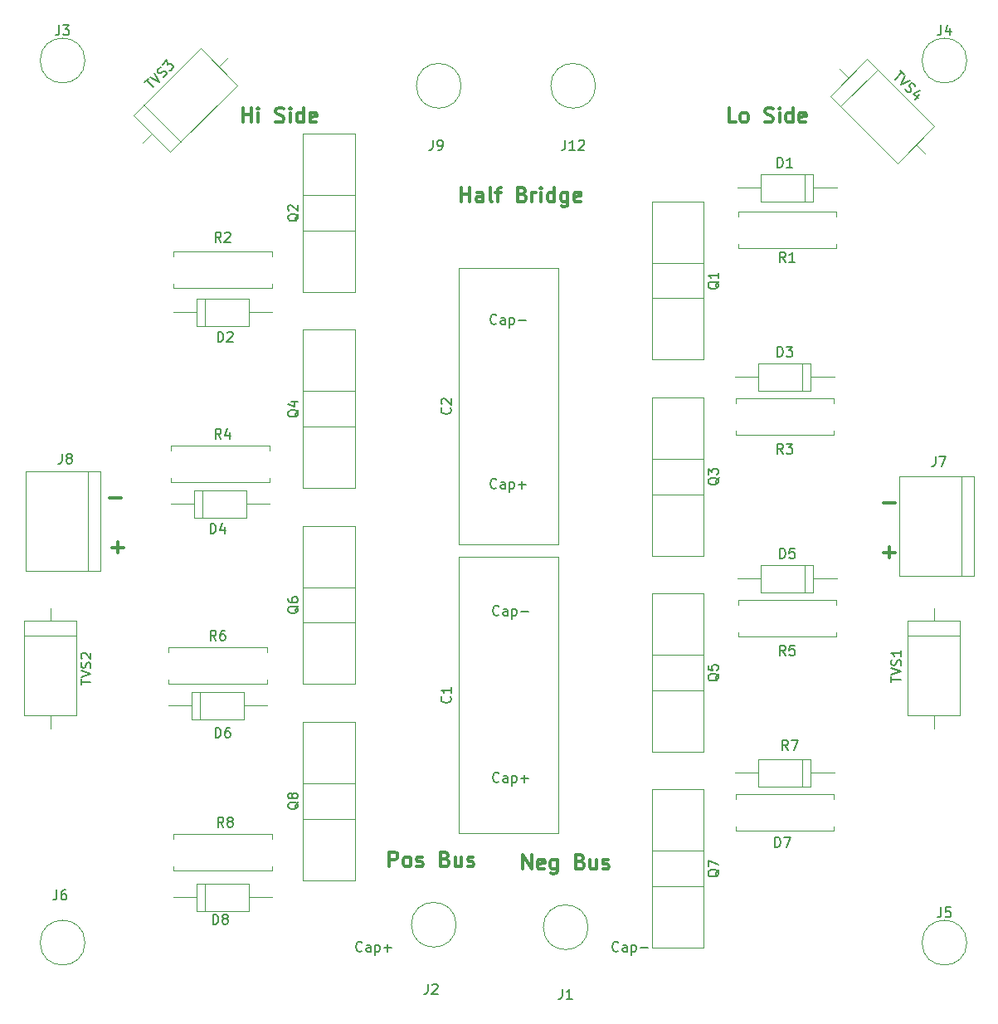
<source format=gbr>
G04 #@! TF.FileFunction,Legend,Top*
%FSLAX46Y46*%
G04 Gerber Fmt 4.6, Leading zero omitted, Abs format (unit mm)*
G04 Created by KiCad (PCBNEW 4.0.7) date 05/14/18 04:09:50*
%MOMM*%
%LPD*%
G01*
G04 APERTURE LIST*
%ADD10C,0.100000*%
%ADD11C,0.300000*%
%ADD12C,0.150000*%
%ADD13C,0.120000*%
G04 APERTURE END LIST*
D10*
D11*
X133794572Y-100183143D02*
X134937429Y-100183143D01*
X134366000Y-100754571D02*
X134366000Y-99611714D01*
X133794572Y-95103143D02*
X134937429Y-95103143D01*
X54800572Y-94595143D02*
X55943429Y-94595143D01*
X55054572Y-99675143D02*
X56197429Y-99675143D01*
X55626000Y-100246571D02*
X55626000Y-99103714D01*
D12*
X94289715Y-93575143D02*
X94242096Y-93622762D01*
X94099239Y-93670381D01*
X94004001Y-93670381D01*
X93861143Y-93622762D01*
X93765905Y-93527524D01*
X93718286Y-93432286D01*
X93670667Y-93241810D01*
X93670667Y-93098952D01*
X93718286Y-92908476D01*
X93765905Y-92813238D01*
X93861143Y-92718000D01*
X94004001Y-92670381D01*
X94099239Y-92670381D01*
X94242096Y-92718000D01*
X94289715Y-92765619D01*
X95146858Y-93670381D02*
X95146858Y-93146571D01*
X95099239Y-93051333D01*
X95004001Y-93003714D01*
X94813524Y-93003714D01*
X94718286Y-93051333D01*
X95146858Y-93622762D02*
X95051620Y-93670381D01*
X94813524Y-93670381D01*
X94718286Y-93622762D01*
X94670667Y-93527524D01*
X94670667Y-93432286D01*
X94718286Y-93337048D01*
X94813524Y-93289429D01*
X95051620Y-93289429D01*
X95146858Y-93241810D01*
X95623048Y-93003714D02*
X95623048Y-94003714D01*
X95623048Y-93051333D02*
X95718286Y-93003714D01*
X95908763Y-93003714D01*
X96004001Y-93051333D01*
X96051620Y-93098952D01*
X96099239Y-93194190D01*
X96099239Y-93479905D01*
X96051620Y-93575143D01*
X96004001Y-93622762D01*
X95908763Y-93670381D01*
X95718286Y-93670381D01*
X95623048Y-93622762D01*
X96527810Y-93289429D02*
X97289715Y-93289429D01*
X96908763Y-93670381D02*
X96908763Y-92908476D01*
X94289715Y-76811143D02*
X94242096Y-76858762D01*
X94099239Y-76906381D01*
X94004001Y-76906381D01*
X93861143Y-76858762D01*
X93765905Y-76763524D01*
X93718286Y-76668286D01*
X93670667Y-76477810D01*
X93670667Y-76334952D01*
X93718286Y-76144476D01*
X93765905Y-76049238D01*
X93861143Y-75954000D01*
X94004001Y-75906381D01*
X94099239Y-75906381D01*
X94242096Y-75954000D01*
X94289715Y-76001619D01*
X95146858Y-76906381D02*
X95146858Y-76382571D01*
X95099239Y-76287333D01*
X95004001Y-76239714D01*
X94813524Y-76239714D01*
X94718286Y-76287333D01*
X95146858Y-76858762D02*
X95051620Y-76906381D01*
X94813524Y-76906381D01*
X94718286Y-76858762D01*
X94670667Y-76763524D01*
X94670667Y-76668286D01*
X94718286Y-76573048D01*
X94813524Y-76525429D01*
X95051620Y-76525429D01*
X95146858Y-76477810D01*
X95623048Y-76239714D02*
X95623048Y-77239714D01*
X95623048Y-76287333D02*
X95718286Y-76239714D01*
X95908763Y-76239714D01*
X96004001Y-76287333D01*
X96051620Y-76334952D01*
X96099239Y-76430190D01*
X96099239Y-76715905D01*
X96051620Y-76811143D01*
X96004001Y-76858762D01*
X95908763Y-76906381D01*
X95718286Y-76906381D01*
X95623048Y-76858762D01*
X96527810Y-76525429D02*
X97289715Y-76525429D01*
X94543715Y-123547143D02*
X94496096Y-123594762D01*
X94353239Y-123642381D01*
X94258001Y-123642381D01*
X94115143Y-123594762D01*
X94019905Y-123499524D01*
X93972286Y-123404286D01*
X93924667Y-123213810D01*
X93924667Y-123070952D01*
X93972286Y-122880476D01*
X94019905Y-122785238D01*
X94115143Y-122690000D01*
X94258001Y-122642381D01*
X94353239Y-122642381D01*
X94496096Y-122690000D01*
X94543715Y-122737619D01*
X95400858Y-123642381D02*
X95400858Y-123118571D01*
X95353239Y-123023333D01*
X95258001Y-122975714D01*
X95067524Y-122975714D01*
X94972286Y-123023333D01*
X95400858Y-123594762D02*
X95305620Y-123642381D01*
X95067524Y-123642381D01*
X94972286Y-123594762D01*
X94924667Y-123499524D01*
X94924667Y-123404286D01*
X94972286Y-123309048D01*
X95067524Y-123261429D01*
X95305620Y-123261429D01*
X95400858Y-123213810D01*
X95877048Y-122975714D02*
X95877048Y-123975714D01*
X95877048Y-123023333D02*
X95972286Y-122975714D01*
X96162763Y-122975714D01*
X96258001Y-123023333D01*
X96305620Y-123070952D01*
X96353239Y-123166190D01*
X96353239Y-123451905D01*
X96305620Y-123547143D01*
X96258001Y-123594762D01*
X96162763Y-123642381D01*
X95972286Y-123642381D01*
X95877048Y-123594762D01*
X96781810Y-123261429D02*
X97543715Y-123261429D01*
X97162763Y-123642381D02*
X97162763Y-122880476D01*
X94543715Y-106529143D02*
X94496096Y-106576762D01*
X94353239Y-106624381D01*
X94258001Y-106624381D01*
X94115143Y-106576762D01*
X94019905Y-106481524D01*
X93972286Y-106386286D01*
X93924667Y-106195810D01*
X93924667Y-106052952D01*
X93972286Y-105862476D01*
X94019905Y-105767238D01*
X94115143Y-105672000D01*
X94258001Y-105624381D01*
X94353239Y-105624381D01*
X94496096Y-105672000D01*
X94543715Y-105719619D01*
X95400858Y-106624381D02*
X95400858Y-106100571D01*
X95353239Y-106005333D01*
X95258001Y-105957714D01*
X95067524Y-105957714D01*
X94972286Y-106005333D01*
X95400858Y-106576762D02*
X95305620Y-106624381D01*
X95067524Y-106624381D01*
X94972286Y-106576762D01*
X94924667Y-106481524D01*
X94924667Y-106386286D01*
X94972286Y-106291048D01*
X95067524Y-106243429D01*
X95305620Y-106243429D01*
X95400858Y-106195810D01*
X95877048Y-105957714D02*
X95877048Y-106957714D01*
X95877048Y-106005333D02*
X95972286Y-105957714D01*
X96162763Y-105957714D01*
X96258001Y-106005333D01*
X96305620Y-106052952D01*
X96353239Y-106148190D01*
X96353239Y-106433905D01*
X96305620Y-106529143D01*
X96258001Y-106576762D01*
X96162763Y-106624381D01*
X95972286Y-106624381D01*
X95877048Y-106576762D01*
X96781810Y-106243429D02*
X97543715Y-106243429D01*
X106735715Y-140819143D02*
X106688096Y-140866762D01*
X106545239Y-140914381D01*
X106450001Y-140914381D01*
X106307143Y-140866762D01*
X106211905Y-140771524D01*
X106164286Y-140676286D01*
X106116667Y-140485810D01*
X106116667Y-140342952D01*
X106164286Y-140152476D01*
X106211905Y-140057238D01*
X106307143Y-139962000D01*
X106450001Y-139914381D01*
X106545239Y-139914381D01*
X106688096Y-139962000D01*
X106735715Y-140009619D01*
X107592858Y-140914381D02*
X107592858Y-140390571D01*
X107545239Y-140295333D01*
X107450001Y-140247714D01*
X107259524Y-140247714D01*
X107164286Y-140295333D01*
X107592858Y-140866762D02*
X107497620Y-140914381D01*
X107259524Y-140914381D01*
X107164286Y-140866762D01*
X107116667Y-140771524D01*
X107116667Y-140676286D01*
X107164286Y-140581048D01*
X107259524Y-140533429D01*
X107497620Y-140533429D01*
X107592858Y-140485810D01*
X108069048Y-140247714D02*
X108069048Y-141247714D01*
X108069048Y-140295333D02*
X108164286Y-140247714D01*
X108354763Y-140247714D01*
X108450001Y-140295333D01*
X108497620Y-140342952D01*
X108545239Y-140438190D01*
X108545239Y-140723905D01*
X108497620Y-140819143D01*
X108450001Y-140866762D01*
X108354763Y-140914381D01*
X108164286Y-140914381D01*
X108069048Y-140866762D01*
X108973810Y-140533429D02*
X109735715Y-140533429D01*
X80573715Y-140819143D02*
X80526096Y-140866762D01*
X80383239Y-140914381D01*
X80288001Y-140914381D01*
X80145143Y-140866762D01*
X80049905Y-140771524D01*
X80002286Y-140676286D01*
X79954667Y-140485810D01*
X79954667Y-140342952D01*
X80002286Y-140152476D01*
X80049905Y-140057238D01*
X80145143Y-139962000D01*
X80288001Y-139914381D01*
X80383239Y-139914381D01*
X80526096Y-139962000D01*
X80573715Y-140009619D01*
X81430858Y-140914381D02*
X81430858Y-140390571D01*
X81383239Y-140295333D01*
X81288001Y-140247714D01*
X81097524Y-140247714D01*
X81002286Y-140295333D01*
X81430858Y-140866762D02*
X81335620Y-140914381D01*
X81097524Y-140914381D01*
X81002286Y-140866762D01*
X80954667Y-140771524D01*
X80954667Y-140676286D01*
X81002286Y-140581048D01*
X81097524Y-140533429D01*
X81335620Y-140533429D01*
X81430858Y-140485810D01*
X81907048Y-140247714D02*
X81907048Y-141247714D01*
X81907048Y-140295333D02*
X82002286Y-140247714D01*
X82192763Y-140247714D01*
X82288001Y-140295333D01*
X82335620Y-140342952D01*
X82383239Y-140438190D01*
X82383239Y-140723905D01*
X82335620Y-140819143D01*
X82288001Y-140866762D01*
X82192763Y-140914381D01*
X82002286Y-140914381D01*
X81907048Y-140866762D01*
X82811810Y-140533429D02*
X83573715Y-140533429D01*
X83192763Y-140914381D02*
X83192763Y-140152476D01*
D11*
X96988857Y-132504571D02*
X96988857Y-131004571D01*
X97846000Y-132504571D01*
X97846000Y-131004571D01*
X99131714Y-132433143D02*
X98988857Y-132504571D01*
X98703143Y-132504571D01*
X98560286Y-132433143D01*
X98488857Y-132290286D01*
X98488857Y-131718857D01*
X98560286Y-131576000D01*
X98703143Y-131504571D01*
X98988857Y-131504571D01*
X99131714Y-131576000D01*
X99203143Y-131718857D01*
X99203143Y-131861714D01*
X98488857Y-132004571D01*
X100488857Y-131504571D02*
X100488857Y-132718857D01*
X100417428Y-132861714D01*
X100346000Y-132933143D01*
X100203143Y-133004571D01*
X99988857Y-133004571D01*
X99846000Y-132933143D01*
X100488857Y-132433143D02*
X100346000Y-132504571D01*
X100060286Y-132504571D01*
X99917428Y-132433143D01*
X99846000Y-132361714D01*
X99774571Y-132218857D01*
X99774571Y-131790286D01*
X99846000Y-131647429D01*
X99917428Y-131576000D01*
X100060286Y-131504571D01*
X100346000Y-131504571D01*
X100488857Y-131576000D01*
X102846000Y-131718857D02*
X103060286Y-131790286D01*
X103131714Y-131861714D01*
X103203143Y-132004571D01*
X103203143Y-132218857D01*
X103131714Y-132361714D01*
X103060286Y-132433143D01*
X102917428Y-132504571D01*
X102346000Y-132504571D01*
X102346000Y-131004571D01*
X102846000Y-131004571D01*
X102988857Y-131076000D01*
X103060286Y-131147429D01*
X103131714Y-131290286D01*
X103131714Y-131433143D01*
X103060286Y-131576000D01*
X102988857Y-131647429D01*
X102846000Y-131718857D01*
X102346000Y-131718857D01*
X104488857Y-131504571D02*
X104488857Y-132504571D01*
X103846000Y-131504571D02*
X103846000Y-132290286D01*
X103917428Y-132433143D01*
X104060286Y-132504571D01*
X104274571Y-132504571D01*
X104417428Y-132433143D01*
X104488857Y-132361714D01*
X105131714Y-132433143D02*
X105274571Y-132504571D01*
X105560286Y-132504571D01*
X105703143Y-132433143D01*
X105774571Y-132290286D01*
X105774571Y-132218857D01*
X105703143Y-132076000D01*
X105560286Y-132004571D01*
X105346000Y-132004571D01*
X105203143Y-131933143D01*
X105131714Y-131790286D01*
X105131714Y-131718857D01*
X105203143Y-131576000D01*
X105346000Y-131504571D01*
X105560286Y-131504571D01*
X105703143Y-131576000D01*
X83344286Y-132250571D02*
X83344286Y-130750571D01*
X83915714Y-130750571D01*
X84058572Y-130822000D01*
X84130000Y-130893429D01*
X84201429Y-131036286D01*
X84201429Y-131250571D01*
X84130000Y-131393429D01*
X84058572Y-131464857D01*
X83915714Y-131536286D01*
X83344286Y-131536286D01*
X85058572Y-132250571D02*
X84915714Y-132179143D01*
X84844286Y-132107714D01*
X84772857Y-131964857D01*
X84772857Y-131536286D01*
X84844286Y-131393429D01*
X84915714Y-131322000D01*
X85058572Y-131250571D01*
X85272857Y-131250571D01*
X85415714Y-131322000D01*
X85487143Y-131393429D01*
X85558572Y-131536286D01*
X85558572Y-131964857D01*
X85487143Y-132107714D01*
X85415714Y-132179143D01*
X85272857Y-132250571D01*
X85058572Y-132250571D01*
X86130000Y-132179143D02*
X86272857Y-132250571D01*
X86558572Y-132250571D01*
X86701429Y-132179143D01*
X86772857Y-132036286D01*
X86772857Y-131964857D01*
X86701429Y-131822000D01*
X86558572Y-131750571D01*
X86344286Y-131750571D01*
X86201429Y-131679143D01*
X86130000Y-131536286D01*
X86130000Y-131464857D01*
X86201429Y-131322000D01*
X86344286Y-131250571D01*
X86558572Y-131250571D01*
X86701429Y-131322000D01*
X89058572Y-131464857D02*
X89272858Y-131536286D01*
X89344286Y-131607714D01*
X89415715Y-131750571D01*
X89415715Y-131964857D01*
X89344286Y-132107714D01*
X89272858Y-132179143D01*
X89130000Y-132250571D01*
X88558572Y-132250571D01*
X88558572Y-130750571D01*
X89058572Y-130750571D01*
X89201429Y-130822000D01*
X89272858Y-130893429D01*
X89344286Y-131036286D01*
X89344286Y-131179143D01*
X89272858Y-131322000D01*
X89201429Y-131393429D01*
X89058572Y-131464857D01*
X88558572Y-131464857D01*
X90701429Y-131250571D02*
X90701429Y-132250571D01*
X90058572Y-131250571D02*
X90058572Y-132036286D01*
X90130000Y-132179143D01*
X90272858Y-132250571D01*
X90487143Y-132250571D01*
X90630000Y-132179143D01*
X90701429Y-132107714D01*
X91344286Y-132179143D02*
X91487143Y-132250571D01*
X91772858Y-132250571D01*
X91915715Y-132179143D01*
X91987143Y-132036286D01*
X91987143Y-131964857D01*
X91915715Y-131822000D01*
X91772858Y-131750571D01*
X91558572Y-131750571D01*
X91415715Y-131679143D01*
X91344286Y-131536286D01*
X91344286Y-131464857D01*
X91415715Y-131322000D01*
X91558572Y-131250571D01*
X91772858Y-131250571D01*
X91915715Y-131322000D01*
X118741429Y-56304571D02*
X118027143Y-56304571D01*
X118027143Y-54804571D01*
X119455715Y-56304571D02*
X119312857Y-56233143D01*
X119241429Y-56161714D01*
X119170000Y-56018857D01*
X119170000Y-55590286D01*
X119241429Y-55447429D01*
X119312857Y-55376000D01*
X119455715Y-55304571D01*
X119670000Y-55304571D01*
X119812857Y-55376000D01*
X119884286Y-55447429D01*
X119955715Y-55590286D01*
X119955715Y-56018857D01*
X119884286Y-56161714D01*
X119812857Y-56233143D01*
X119670000Y-56304571D01*
X119455715Y-56304571D01*
X121670000Y-56233143D02*
X121884286Y-56304571D01*
X122241429Y-56304571D01*
X122384286Y-56233143D01*
X122455715Y-56161714D01*
X122527143Y-56018857D01*
X122527143Y-55876000D01*
X122455715Y-55733143D01*
X122384286Y-55661714D01*
X122241429Y-55590286D01*
X121955715Y-55518857D01*
X121812857Y-55447429D01*
X121741429Y-55376000D01*
X121670000Y-55233143D01*
X121670000Y-55090286D01*
X121741429Y-54947429D01*
X121812857Y-54876000D01*
X121955715Y-54804571D01*
X122312857Y-54804571D01*
X122527143Y-54876000D01*
X123170000Y-56304571D02*
X123170000Y-55304571D01*
X123170000Y-54804571D02*
X123098571Y-54876000D01*
X123170000Y-54947429D01*
X123241428Y-54876000D01*
X123170000Y-54804571D01*
X123170000Y-54947429D01*
X124527143Y-56304571D02*
X124527143Y-54804571D01*
X124527143Y-56233143D02*
X124384286Y-56304571D01*
X124098572Y-56304571D01*
X123955714Y-56233143D01*
X123884286Y-56161714D01*
X123812857Y-56018857D01*
X123812857Y-55590286D01*
X123884286Y-55447429D01*
X123955714Y-55376000D01*
X124098572Y-55304571D01*
X124384286Y-55304571D01*
X124527143Y-55376000D01*
X125812857Y-56233143D02*
X125670000Y-56304571D01*
X125384286Y-56304571D01*
X125241429Y-56233143D01*
X125170000Y-56090286D01*
X125170000Y-55518857D01*
X125241429Y-55376000D01*
X125384286Y-55304571D01*
X125670000Y-55304571D01*
X125812857Y-55376000D01*
X125884286Y-55518857D01*
X125884286Y-55661714D01*
X125170000Y-55804571D01*
X68386000Y-56304571D02*
X68386000Y-54804571D01*
X68386000Y-55518857D02*
X69243143Y-55518857D01*
X69243143Y-56304571D02*
X69243143Y-54804571D01*
X69957429Y-56304571D02*
X69957429Y-55304571D01*
X69957429Y-54804571D02*
X69886000Y-54876000D01*
X69957429Y-54947429D01*
X70028857Y-54876000D01*
X69957429Y-54804571D01*
X69957429Y-54947429D01*
X71743143Y-56233143D02*
X71957429Y-56304571D01*
X72314572Y-56304571D01*
X72457429Y-56233143D01*
X72528858Y-56161714D01*
X72600286Y-56018857D01*
X72600286Y-55876000D01*
X72528858Y-55733143D01*
X72457429Y-55661714D01*
X72314572Y-55590286D01*
X72028858Y-55518857D01*
X71886000Y-55447429D01*
X71814572Y-55376000D01*
X71743143Y-55233143D01*
X71743143Y-55090286D01*
X71814572Y-54947429D01*
X71886000Y-54876000D01*
X72028858Y-54804571D01*
X72386000Y-54804571D01*
X72600286Y-54876000D01*
X73243143Y-56304571D02*
X73243143Y-55304571D01*
X73243143Y-54804571D02*
X73171714Y-54876000D01*
X73243143Y-54947429D01*
X73314571Y-54876000D01*
X73243143Y-54804571D01*
X73243143Y-54947429D01*
X74600286Y-56304571D02*
X74600286Y-54804571D01*
X74600286Y-56233143D02*
X74457429Y-56304571D01*
X74171715Y-56304571D01*
X74028857Y-56233143D01*
X73957429Y-56161714D01*
X73886000Y-56018857D01*
X73886000Y-55590286D01*
X73957429Y-55447429D01*
X74028857Y-55376000D01*
X74171715Y-55304571D01*
X74457429Y-55304571D01*
X74600286Y-55376000D01*
X75886000Y-56233143D02*
X75743143Y-56304571D01*
X75457429Y-56304571D01*
X75314572Y-56233143D01*
X75243143Y-56090286D01*
X75243143Y-55518857D01*
X75314572Y-55376000D01*
X75457429Y-55304571D01*
X75743143Y-55304571D01*
X75886000Y-55376000D01*
X75957429Y-55518857D01*
X75957429Y-55661714D01*
X75243143Y-55804571D01*
X90702572Y-64432571D02*
X90702572Y-62932571D01*
X90702572Y-63646857D02*
X91559715Y-63646857D01*
X91559715Y-64432571D02*
X91559715Y-62932571D01*
X92916858Y-64432571D02*
X92916858Y-63646857D01*
X92845429Y-63504000D01*
X92702572Y-63432571D01*
X92416858Y-63432571D01*
X92274001Y-63504000D01*
X92916858Y-64361143D02*
X92774001Y-64432571D01*
X92416858Y-64432571D01*
X92274001Y-64361143D01*
X92202572Y-64218286D01*
X92202572Y-64075429D01*
X92274001Y-63932571D01*
X92416858Y-63861143D01*
X92774001Y-63861143D01*
X92916858Y-63789714D01*
X93845430Y-64432571D02*
X93702572Y-64361143D01*
X93631144Y-64218286D01*
X93631144Y-62932571D01*
X94202572Y-63432571D02*
X94774001Y-63432571D01*
X94416858Y-64432571D02*
X94416858Y-63146857D01*
X94488286Y-63004000D01*
X94631144Y-62932571D01*
X94774001Y-62932571D01*
X96916858Y-63646857D02*
X97131144Y-63718286D01*
X97202572Y-63789714D01*
X97274001Y-63932571D01*
X97274001Y-64146857D01*
X97202572Y-64289714D01*
X97131144Y-64361143D01*
X96988286Y-64432571D01*
X96416858Y-64432571D01*
X96416858Y-62932571D01*
X96916858Y-62932571D01*
X97059715Y-63004000D01*
X97131144Y-63075429D01*
X97202572Y-63218286D01*
X97202572Y-63361143D01*
X97131144Y-63504000D01*
X97059715Y-63575429D01*
X96916858Y-63646857D01*
X96416858Y-63646857D01*
X97916858Y-64432571D02*
X97916858Y-63432571D01*
X97916858Y-63718286D02*
X97988286Y-63575429D01*
X98059715Y-63504000D01*
X98202572Y-63432571D01*
X98345429Y-63432571D01*
X98845429Y-64432571D02*
X98845429Y-63432571D01*
X98845429Y-62932571D02*
X98774000Y-63004000D01*
X98845429Y-63075429D01*
X98916857Y-63004000D01*
X98845429Y-62932571D01*
X98845429Y-63075429D01*
X100202572Y-64432571D02*
X100202572Y-62932571D01*
X100202572Y-64361143D02*
X100059715Y-64432571D01*
X99774001Y-64432571D01*
X99631143Y-64361143D01*
X99559715Y-64289714D01*
X99488286Y-64146857D01*
X99488286Y-63718286D01*
X99559715Y-63575429D01*
X99631143Y-63504000D01*
X99774001Y-63432571D01*
X100059715Y-63432571D01*
X100202572Y-63504000D01*
X101559715Y-63432571D02*
X101559715Y-64646857D01*
X101488286Y-64789714D01*
X101416858Y-64861143D01*
X101274001Y-64932571D01*
X101059715Y-64932571D01*
X100916858Y-64861143D01*
X101559715Y-64361143D02*
X101416858Y-64432571D01*
X101131144Y-64432571D01*
X100988286Y-64361143D01*
X100916858Y-64289714D01*
X100845429Y-64146857D01*
X100845429Y-63718286D01*
X100916858Y-63575429D01*
X100988286Y-63504000D01*
X101131144Y-63432571D01*
X101416858Y-63432571D01*
X101559715Y-63504000D01*
X102845429Y-64361143D02*
X102702572Y-64432571D01*
X102416858Y-64432571D01*
X102274001Y-64361143D01*
X102202572Y-64218286D01*
X102202572Y-63646857D01*
X102274001Y-63504000D01*
X102416858Y-63432571D01*
X102702572Y-63432571D01*
X102845429Y-63504000D01*
X102916858Y-63646857D01*
X102916858Y-63789714D01*
X102202572Y-63932571D01*
D13*
X90170000Y-138176000D02*
G75*
G03X90170000Y-138176000I-2286000J0D01*
G01*
X70844000Y-113140000D02*
X70844000Y-113620000D01*
X70844000Y-113620000D02*
X60824000Y-113620000D01*
X60824000Y-113620000D02*
X60824000Y-113140000D01*
X70844000Y-110380000D02*
X70844000Y-109900000D01*
X70844000Y-109900000D02*
X60824000Y-109900000D01*
X60824000Y-109900000D02*
X60824000Y-110380000D01*
X71352000Y-132190000D02*
X71352000Y-132670000D01*
X71352000Y-132670000D02*
X61332000Y-132670000D01*
X61332000Y-132670000D02*
X61332000Y-132190000D01*
X71352000Y-129430000D02*
X71352000Y-128950000D01*
X71352000Y-128950000D02*
X61332000Y-128950000D01*
X61332000Y-128950000D02*
X61332000Y-129430000D01*
X118942000Y-65930000D02*
X118942000Y-65450000D01*
X118942000Y-65450000D02*
X128962000Y-65450000D01*
X128962000Y-65450000D02*
X128962000Y-65930000D01*
X118942000Y-68690000D02*
X118942000Y-69170000D01*
X118942000Y-69170000D02*
X128962000Y-69170000D01*
X128962000Y-69170000D02*
X128962000Y-68690000D01*
X126612000Y-104280000D02*
X126612000Y-101460000D01*
X126612000Y-101460000D02*
X121292000Y-101460000D01*
X121292000Y-101460000D02*
X121292000Y-104280000D01*
X121292000Y-104280000D02*
X126612000Y-104280000D01*
X129022000Y-102870000D02*
X126612000Y-102870000D01*
X118882000Y-102870000D02*
X121292000Y-102870000D01*
X125772000Y-104280000D02*
X125772000Y-101460000D01*
X74549000Y-93620000D02*
X74549000Y-77480000D01*
X79820000Y-93620000D02*
X79820000Y-77480000D01*
X74549000Y-93620000D02*
X79820000Y-93620000D01*
X74549000Y-77480000D02*
X79820000Y-77480000D01*
X74549000Y-87354000D02*
X79820000Y-87354000D01*
X74549000Y-83745000D02*
X79820000Y-83745000D01*
X71098000Y-92566000D02*
X71098000Y-93046000D01*
X71098000Y-93046000D02*
X61078000Y-93046000D01*
X61078000Y-93046000D02*
X61078000Y-92566000D01*
X71098000Y-89806000D02*
X71098000Y-89326000D01*
X71098000Y-89326000D02*
X61078000Y-89326000D01*
X61078000Y-89326000D02*
X61078000Y-89806000D01*
X63682000Y-74282000D02*
X63682000Y-77102000D01*
X63682000Y-77102000D02*
X69002000Y-77102000D01*
X69002000Y-77102000D02*
X69002000Y-74282000D01*
X69002000Y-74282000D02*
X63682000Y-74282000D01*
X61272000Y-75692000D02*
X63682000Y-75692000D01*
X71412000Y-75692000D02*
X69002000Y-75692000D01*
X64522000Y-74282000D02*
X64522000Y-77102000D01*
X141732000Y-92456000D02*
X141732000Y-102616000D01*
X143002000Y-92456000D02*
X135382000Y-92456000D01*
X135382000Y-92456000D02*
X135382000Y-102616000D01*
X135382000Y-102616000D02*
X143002000Y-102616000D01*
X143002000Y-102616000D02*
X143002000Y-92456000D01*
X52286000Y-50000000D02*
G75*
G03X52286000Y-50000000I-2286000J0D01*
G01*
X52286000Y-140000000D02*
G75*
G03X52286000Y-140000000I-2286000J0D01*
G01*
X115451000Y-64380000D02*
X115451000Y-80520000D01*
X110180000Y-64380000D02*
X110180000Y-80520000D01*
X115451000Y-64380000D02*
X110180000Y-64380000D01*
X115451000Y-80520000D02*
X110180000Y-80520000D01*
X115451000Y-70646000D02*
X110180000Y-70646000D01*
X115451000Y-74255000D02*
X110180000Y-74255000D01*
X74549000Y-73620000D02*
X74549000Y-57480000D01*
X79820000Y-73620000D02*
X79820000Y-57480000D01*
X74549000Y-73620000D02*
X79820000Y-73620000D01*
X74549000Y-57480000D02*
X79820000Y-57480000D01*
X74549000Y-67354000D02*
X79820000Y-67354000D01*
X74549000Y-63745000D02*
X79820000Y-63745000D01*
X90678000Y-52578000D02*
G75*
G03X90678000Y-52578000I-2286000J0D01*
G01*
X103632000Y-138430000D02*
G75*
G03X103632000Y-138430000I-2286000J0D01*
G01*
X142286000Y-50000000D02*
G75*
G03X142286000Y-50000000I-2286000J0D01*
G01*
X142286000Y-140000000D02*
G75*
G03X142286000Y-140000000I-2286000J0D01*
G01*
X52578000Y-91948000D02*
X52578000Y-102108000D01*
X53848000Y-91948000D02*
X46228000Y-91948000D01*
X46228000Y-91948000D02*
X46228000Y-102108000D01*
X46228000Y-102108000D02*
X53848000Y-102108000D01*
X53848000Y-102108000D02*
X53848000Y-91948000D01*
X115451000Y-84380000D02*
X115451000Y-100520000D01*
X110180000Y-84380000D02*
X110180000Y-100520000D01*
X115451000Y-84380000D02*
X110180000Y-84380000D01*
X115451000Y-100520000D02*
X110180000Y-100520000D01*
X115451000Y-90646000D02*
X110180000Y-90646000D01*
X115451000Y-94255000D02*
X110180000Y-94255000D01*
X115451000Y-104380000D02*
X115451000Y-120520000D01*
X110180000Y-104380000D02*
X110180000Y-120520000D01*
X115451000Y-104380000D02*
X110180000Y-104380000D01*
X115451000Y-120520000D02*
X110180000Y-120520000D01*
X115451000Y-110646000D02*
X110180000Y-110646000D01*
X115451000Y-114255000D02*
X110180000Y-114255000D01*
X74549000Y-113620000D02*
X74549000Y-97480000D01*
X79820000Y-113620000D02*
X79820000Y-97480000D01*
X74549000Y-113620000D02*
X79820000Y-113620000D01*
X74549000Y-97480000D02*
X79820000Y-97480000D01*
X74549000Y-107354000D02*
X79820000Y-107354000D01*
X74549000Y-103745000D02*
X79820000Y-103745000D01*
X115451000Y-124380000D02*
X115451000Y-140520000D01*
X110180000Y-124380000D02*
X110180000Y-140520000D01*
X115451000Y-124380000D02*
X110180000Y-124380000D01*
X115451000Y-140520000D02*
X110180000Y-140520000D01*
X115451000Y-130646000D02*
X110180000Y-130646000D01*
X115451000Y-134255000D02*
X110180000Y-134255000D01*
X74549000Y-133620000D02*
X74549000Y-117480000D01*
X79820000Y-133620000D02*
X79820000Y-117480000D01*
X74549000Y-133620000D02*
X79820000Y-133620000D01*
X74549000Y-117480000D02*
X79820000Y-117480000D01*
X74549000Y-127354000D02*
X79820000Y-127354000D01*
X74549000Y-123745000D02*
X79820000Y-123745000D01*
X104394000Y-52578000D02*
G75*
G03X104394000Y-52578000I-2286000J0D01*
G01*
X126612000Y-64402000D02*
X126612000Y-61582000D01*
X126612000Y-61582000D02*
X121292000Y-61582000D01*
X121292000Y-61582000D02*
X121292000Y-64402000D01*
X121292000Y-64402000D02*
X126612000Y-64402000D01*
X129022000Y-62992000D02*
X126612000Y-62992000D01*
X118882000Y-62992000D02*
X121292000Y-62992000D01*
X125772000Y-64402000D02*
X125772000Y-61582000D01*
X126358000Y-83706000D02*
X126358000Y-80886000D01*
X126358000Y-80886000D02*
X121038000Y-80886000D01*
X121038000Y-80886000D02*
X121038000Y-83706000D01*
X121038000Y-83706000D02*
X126358000Y-83706000D01*
X128768000Y-82296000D02*
X126358000Y-82296000D01*
X118628000Y-82296000D02*
X121038000Y-82296000D01*
X125518000Y-83706000D02*
X125518000Y-80886000D01*
X63428000Y-93840000D02*
X63428000Y-96660000D01*
X63428000Y-96660000D02*
X68748000Y-96660000D01*
X68748000Y-96660000D02*
X68748000Y-93840000D01*
X68748000Y-93840000D02*
X63428000Y-93840000D01*
X61018000Y-95250000D02*
X63428000Y-95250000D01*
X71158000Y-95250000D02*
X68748000Y-95250000D01*
X64268000Y-93840000D02*
X64268000Y-96660000D01*
X63174000Y-114414000D02*
X63174000Y-117234000D01*
X63174000Y-117234000D02*
X68494000Y-117234000D01*
X68494000Y-117234000D02*
X68494000Y-114414000D01*
X68494000Y-114414000D02*
X63174000Y-114414000D01*
X60764000Y-115824000D02*
X63174000Y-115824000D01*
X70904000Y-115824000D02*
X68494000Y-115824000D01*
X64014000Y-114414000D02*
X64014000Y-117234000D01*
X126358000Y-124092000D02*
X126358000Y-121272000D01*
X126358000Y-121272000D02*
X121038000Y-121272000D01*
X121038000Y-121272000D02*
X121038000Y-124092000D01*
X121038000Y-124092000D02*
X126358000Y-124092000D01*
X128768000Y-122682000D02*
X126358000Y-122682000D01*
X118628000Y-122682000D02*
X121038000Y-122682000D01*
X125518000Y-124092000D02*
X125518000Y-121272000D01*
X63682000Y-133972000D02*
X63682000Y-136792000D01*
X63682000Y-136792000D02*
X69002000Y-136792000D01*
X69002000Y-136792000D02*
X69002000Y-133972000D01*
X69002000Y-133972000D02*
X63682000Y-133972000D01*
X61272000Y-135382000D02*
X63682000Y-135382000D01*
X71412000Y-135382000D02*
X69002000Y-135382000D01*
X64522000Y-133972000D02*
X64522000Y-136792000D01*
X71352000Y-72754000D02*
X71352000Y-73234000D01*
X71352000Y-73234000D02*
X61332000Y-73234000D01*
X61332000Y-73234000D02*
X61332000Y-72754000D01*
X71352000Y-69994000D02*
X71352000Y-69514000D01*
X71352000Y-69514000D02*
X61332000Y-69514000D01*
X61332000Y-69514000D02*
X61332000Y-69994000D01*
X118688000Y-84980000D02*
X118688000Y-84500000D01*
X118688000Y-84500000D02*
X128708000Y-84500000D01*
X128708000Y-84500000D02*
X128708000Y-84980000D01*
X118688000Y-87740000D02*
X118688000Y-88220000D01*
X118688000Y-88220000D02*
X128708000Y-88220000D01*
X128708000Y-88220000D02*
X128708000Y-87740000D01*
X118942000Y-105554000D02*
X118942000Y-105074000D01*
X118942000Y-105074000D02*
X128962000Y-105074000D01*
X128962000Y-105074000D02*
X128962000Y-105554000D01*
X118942000Y-108314000D02*
X118942000Y-108794000D01*
X118942000Y-108794000D02*
X128962000Y-108794000D01*
X128962000Y-108794000D02*
X128962000Y-108314000D01*
X118688000Y-125366000D02*
X118688000Y-124886000D01*
X118688000Y-124886000D02*
X128708000Y-124886000D01*
X128708000Y-124886000D02*
X128708000Y-125366000D01*
X118688000Y-128126000D02*
X118688000Y-128606000D01*
X118688000Y-128606000D02*
X128708000Y-128606000D01*
X128708000Y-128606000D02*
X128708000Y-128126000D01*
X57241924Y-55575197D02*
X61010803Y-59344076D01*
X61010803Y-59344076D02*
X67834383Y-52520496D01*
X67834383Y-52520496D02*
X64065504Y-48751617D01*
X64065504Y-48751617D02*
X57241924Y-55575197D01*
X58196518Y-58389482D02*
X59126363Y-57459637D01*
X66879789Y-49706211D02*
X65949944Y-50636056D01*
X58295159Y-54521961D02*
X62064039Y-58290841D01*
X132130803Y-49875924D02*
X128361924Y-53644803D01*
X128361924Y-53644803D02*
X135185504Y-60468383D01*
X135185504Y-60468383D02*
X138954383Y-56699504D01*
X138954383Y-56699504D02*
X132130803Y-49875924D01*
X129316518Y-50830518D02*
X130246363Y-51760363D01*
X137999789Y-59513789D02*
X137069944Y-58583944D01*
X133184039Y-50929159D02*
X129415159Y-54698039D01*
X90444000Y-128794000D02*
X90444000Y-100674000D01*
X100564000Y-128794000D02*
X100564000Y-100674000D01*
X90444000Y-128794000D02*
X100564000Y-128794000D01*
X90444000Y-100674000D02*
X100564000Y-100674000D01*
X90444000Y-99330000D02*
X90444000Y-71210000D01*
X100564000Y-99330000D02*
X100564000Y-71210000D01*
X90444000Y-99330000D02*
X100564000Y-99330000D01*
X90444000Y-71210000D02*
X100564000Y-71210000D01*
X141603000Y-107189000D02*
X136273000Y-107189000D01*
X136273000Y-107189000D02*
X136273000Y-116839000D01*
X136273000Y-116839000D02*
X141603000Y-116839000D01*
X141603000Y-116839000D02*
X141603000Y-107189000D01*
X138938000Y-105874000D02*
X138938000Y-107189000D01*
X138938000Y-118154000D02*
X138938000Y-116839000D01*
X141603000Y-108678500D02*
X136273000Y-108678500D01*
X51433000Y-107189000D02*
X46103000Y-107189000D01*
X46103000Y-107189000D02*
X46103000Y-116839000D01*
X46103000Y-116839000D02*
X51433000Y-116839000D01*
X51433000Y-116839000D02*
X51433000Y-107189000D01*
X48768000Y-105874000D02*
X48768000Y-107189000D01*
X48768000Y-118154000D02*
X48768000Y-116839000D01*
X51433000Y-108678500D02*
X46103000Y-108678500D01*
D12*
X87296667Y-144232381D02*
X87296667Y-144946667D01*
X87249047Y-145089524D01*
X87153809Y-145184762D01*
X87010952Y-145232381D01*
X86915714Y-145232381D01*
X87725238Y-144327619D02*
X87772857Y-144280000D01*
X87868095Y-144232381D01*
X88106191Y-144232381D01*
X88201429Y-144280000D01*
X88249048Y-144327619D01*
X88296667Y-144422857D01*
X88296667Y-144518095D01*
X88249048Y-144660952D01*
X87677619Y-145232381D01*
X88296667Y-145232381D01*
X65667334Y-109164381D02*
X65334000Y-108688190D01*
X65095905Y-109164381D02*
X65095905Y-108164381D01*
X65476858Y-108164381D01*
X65572096Y-108212000D01*
X65619715Y-108259619D01*
X65667334Y-108354857D01*
X65667334Y-108497714D01*
X65619715Y-108592952D01*
X65572096Y-108640571D01*
X65476858Y-108688190D01*
X65095905Y-108688190D01*
X66524477Y-108164381D02*
X66334000Y-108164381D01*
X66238762Y-108212000D01*
X66191143Y-108259619D01*
X66095905Y-108402476D01*
X66048286Y-108592952D01*
X66048286Y-108973905D01*
X66095905Y-109069143D01*
X66143524Y-109116762D01*
X66238762Y-109164381D01*
X66429239Y-109164381D01*
X66524477Y-109116762D01*
X66572096Y-109069143D01*
X66619715Y-108973905D01*
X66619715Y-108735810D01*
X66572096Y-108640571D01*
X66524477Y-108592952D01*
X66429239Y-108545333D01*
X66238762Y-108545333D01*
X66143524Y-108592952D01*
X66095905Y-108640571D01*
X66048286Y-108735810D01*
X66429334Y-128214381D02*
X66096000Y-127738190D01*
X65857905Y-128214381D02*
X65857905Y-127214381D01*
X66238858Y-127214381D01*
X66334096Y-127262000D01*
X66381715Y-127309619D01*
X66429334Y-127404857D01*
X66429334Y-127547714D01*
X66381715Y-127642952D01*
X66334096Y-127690571D01*
X66238858Y-127738190D01*
X65857905Y-127738190D01*
X67000762Y-127642952D02*
X66905524Y-127595333D01*
X66857905Y-127547714D01*
X66810286Y-127452476D01*
X66810286Y-127404857D01*
X66857905Y-127309619D01*
X66905524Y-127262000D01*
X67000762Y-127214381D01*
X67191239Y-127214381D01*
X67286477Y-127262000D01*
X67334096Y-127309619D01*
X67381715Y-127404857D01*
X67381715Y-127452476D01*
X67334096Y-127547714D01*
X67286477Y-127595333D01*
X67191239Y-127642952D01*
X67000762Y-127642952D01*
X66905524Y-127690571D01*
X66857905Y-127738190D01*
X66810286Y-127833429D01*
X66810286Y-128023905D01*
X66857905Y-128119143D01*
X66905524Y-128166762D01*
X67000762Y-128214381D01*
X67191239Y-128214381D01*
X67286477Y-128166762D01*
X67334096Y-128119143D01*
X67381715Y-128023905D01*
X67381715Y-127833429D01*
X67334096Y-127738190D01*
X67286477Y-127690571D01*
X67191239Y-127642952D01*
X123785334Y-70556381D02*
X123452000Y-70080190D01*
X123213905Y-70556381D02*
X123213905Y-69556381D01*
X123594858Y-69556381D01*
X123690096Y-69604000D01*
X123737715Y-69651619D01*
X123785334Y-69746857D01*
X123785334Y-69889714D01*
X123737715Y-69984952D01*
X123690096Y-70032571D01*
X123594858Y-70080190D01*
X123213905Y-70080190D01*
X124737715Y-70556381D02*
X124166286Y-70556381D01*
X124452000Y-70556381D02*
X124452000Y-69556381D01*
X124356762Y-69699238D01*
X124261524Y-69794476D01*
X124166286Y-69842095D01*
X123213905Y-100782381D02*
X123213905Y-99782381D01*
X123452000Y-99782381D01*
X123594858Y-99830000D01*
X123690096Y-99925238D01*
X123737715Y-100020476D01*
X123785334Y-100210952D01*
X123785334Y-100353810D01*
X123737715Y-100544286D01*
X123690096Y-100639524D01*
X123594858Y-100734762D01*
X123452000Y-100782381D01*
X123213905Y-100782381D01*
X124690096Y-99782381D02*
X124213905Y-99782381D01*
X124166286Y-100258571D01*
X124213905Y-100210952D01*
X124309143Y-100163333D01*
X124547239Y-100163333D01*
X124642477Y-100210952D01*
X124690096Y-100258571D01*
X124737715Y-100353810D01*
X124737715Y-100591905D01*
X124690096Y-100687143D01*
X124642477Y-100734762D01*
X124547239Y-100782381D01*
X124309143Y-100782381D01*
X124213905Y-100734762D01*
X124166286Y-100687143D01*
X74097619Y-85645238D02*
X74050000Y-85740476D01*
X73954762Y-85835714D01*
X73811905Y-85978571D01*
X73764286Y-86073810D01*
X73764286Y-86169048D01*
X74002381Y-86121429D02*
X73954762Y-86216667D01*
X73859524Y-86311905D01*
X73669048Y-86359524D01*
X73335714Y-86359524D01*
X73145238Y-86311905D01*
X73050000Y-86216667D01*
X73002381Y-86121429D01*
X73002381Y-85930952D01*
X73050000Y-85835714D01*
X73145238Y-85740476D01*
X73335714Y-85692857D01*
X73669048Y-85692857D01*
X73859524Y-85740476D01*
X73954762Y-85835714D01*
X74002381Y-85930952D01*
X74002381Y-86121429D01*
X73335714Y-84835714D02*
X74002381Y-84835714D01*
X72954762Y-85073810D02*
X73669048Y-85311905D01*
X73669048Y-84692857D01*
X66175334Y-88590381D02*
X65842000Y-88114190D01*
X65603905Y-88590381D02*
X65603905Y-87590381D01*
X65984858Y-87590381D01*
X66080096Y-87638000D01*
X66127715Y-87685619D01*
X66175334Y-87780857D01*
X66175334Y-87923714D01*
X66127715Y-88018952D01*
X66080096Y-88066571D01*
X65984858Y-88114190D01*
X65603905Y-88114190D01*
X67032477Y-87923714D02*
X67032477Y-88590381D01*
X66794381Y-87542762D02*
X66556286Y-88257048D01*
X67175334Y-88257048D01*
X65857905Y-78684381D02*
X65857905Y-77684381D01*
X66096000Y-77684381D01*
X66238858Y-77732000D01*
X66334096Y-77827238D01*
X66381715Y-77922476D01*
X66429334Y-78112952D01*
X66429334Y-78255810D01*
X66381715Y-78446286D01*
X66334096Y-78541524D01*
X66238858Y-78636762D01*
X66096000Y-78684381D01*
X65857905Y-78684381D01*
X66810286Y-77779619D02*
X66857905Y-77732000D01*
X66953143Y-77684381D01*
X67191239Y-77684381D01*
X67286477Y-77732000D01*
X67334096Y-77779619D01*
X67381715Y-77874857D01*
X67381715Y-77970095D01*
X67334096Y-78112952D01*
X66762667Y-78684381D01*
X67381715Y-78684381D01*
X139112667Y-90384381D02*
X139112667Y-91098667D01*
X139065047Y-91241524D01*
X138969809Y-91336762D01*
X138826952Y-91384381D01*
X138731714Y-91384381D01*
X139493619Y-90384381D02*
X140160286Y-90384381D01*
X139731714Y-91384381D01*
X49666667Y-46404381D02*
X49666667Y-47118667D01*
X49619047Y-47261524D01*
X49523809Y-47356762D01*
X49380952Y-47404381D01*
X49285714Y-47404381D01*
X50047619Y-46404381D02*
X50666667Y-46404381D01*
X50333333Y-46785333D01*
X50476191Y-46785333D01*
X50571429Y-46832952D01*
X50619048Y-46880571D01*
X50666667Y-46975810D01*
X50666667Y-47213905D01*
X50619048Y-47309143D01*
X50571429Y-47356762D01*
X50476191Y-47404381D01*
X50190476Y-47404381D01*
X50095238Y-47356762D01*
X50047619Y-47309143D01*
X49412667Y-134626381D02*
X49412667Y-135340667D01*
X49365047Y-135483524D01*
X49269809Y-135578762D01*
X49126952Y-135626381D01*
X49031714Y-135626381D01*
X50317429Y-134626381D02*
X50126952Y-134626381D01*
X50031714Y-134674000D01*
X49984095Y-134721619D01*
X49888857Y-134864476D01*
X49841238Y-135054952D01*
X49841238Y-135435905D01*
X49888857Y-135531143D01*
X49936476Y-135578762D01*
X50031714Y-135626381D01*
X50222191Y-135626381D01*
X50317429Y-135578762D01*
X50365048Y-135531143D01*
X50412667Y-135435905D01*
X50412667Y-135197810D01*
X50365048Y-135102571D01*
X50317429Y-135054952D01*
X50222191Y-135007333D01*
X50031714Y-135007333D01*
X49936476Y-135054952D01*
X49888857Y-135102571D01*
X49841238Y-135197810D01*
X116997619Y-72545238D02*
X116950000Y-72640476D01*
X116854762Y-72735714D01*
X116711905Y-72878571D01*
X116664286Y-72973810D01*
X116664286Y-73069048D01*
X116902381Y-73021429D02*
X116854762Y-73116667D01*
X116759524Y-73211905D01*
X116569048Y-73259524D01*
X116235714Y-73259524D01*
X116045238Y-73211905D01*
X115950000Y-73116667D01*
X115902381Y-73021429D01*
X115902381Y-72830952D01*
X115950000Y-72735714D01*
X116045238Y-72640476D01*
X116235714Y-72592857D01*
X116569048Y-72592857D01*
X116759524Y-72640476D01*
X116854762Y-72735714D01*
X116902381Y-72830952D01*
X116902381Y-73021429D01*
X116902381Y-71640476D02*
X116902381Y-72211905D01*
X116902381Y-71926191D02*
X115902381Y-71926191D01*
X116045238Y-72021429D01*
X116140476Y-72116667D01*
X116188095Y-72211905D01*
X74097619Y-65645238D02*
X74050000Y-65740476D01*
X73954762Y-65835714D01*
X73811905Y-65978571D01*
X73764286Y-66073810D01*
X73764286Y-66169048D01*
X74002381Y-66121429D02*
X73954762Y-66216667D01*
X73859524Y-66311905D01*
X73669048Y-66359524D01*
X73335714Y-66359524D01*
X73145238Y-66311905D01*
X73050000Y-66216667D01*
X73002381Y-66121429D01*
X73002381Y-65930952D01*
X73050000Y-65835714D01*
X73145238Y-65740476D01*
X73335714Y-65692857D01*
X73669048Y-65692857D01*
X73859524Y-65740476D01*
X73954762Y-65835714D01*
X74002381Y-65930952D01*
X74002381Y-66121429D01*
X73097619Y-65311905D02*
X73050000Y-65264286D01*
X73002381Y-65169048D01*
X73002381Y-64930952D01*
X73050000Y-64835714D01*
X73097619Y-64788095D01*
X73192857Y-64740476D01*
X73288095Y-64740476D01*
X73430952Y-64788095D01*
X74002381Y-65359524D01*
X74002381Y-64740476D01*
X87804667Y-58126381D02*
X87804667Y-58840667D01*
X87757047Y-58983524D01*
X87661809Y-59078762D01*
X87518952Y-59126381D01*
X87423714Y-59126381D01*
X88328476Y-59126381D02*
X88518952Y-59126381D01*
X88614191Y-59078762D01*
X88661810Y-59031143D01*
X88757048Y-58888286D01*
X88804667Y-58697810D01*
X88804667Y-58316857D01*
X88757048Y-58221619D01*
X88709429Y-58174000D01*
X88614191Y-58126381D01*
X88423714Y-58126381D01*
X88328476Y-58174000D01*
X88280857Y-58221619D01*
X88233238Y-58316857D01*
X88233238Y-58554952D01*
X88280857Y-58650190D01*
X88328476Y-58697810D01*
X88423714Y-58745429D01*
X88614191Y-58745429D01*
X88709429Y-58697810D01*
X88757048Y-58650190D01*
X88804667Y-58554952D01*
X101012667Y-144740381D02*
X101012667Y-145454667D01*
X100965047Y-145597524D01*
X100869809Y-145692762D01*
X100726952Y-145740381D01*
X100631714Y-145740381D01*
X102012667Y-145740381D02*
X101441238Y-145740381D01*
X101726952Y-145740381D02*
X101726952Y-144740381D01*
X101631714Y-144883238D01*
X101536476Y-144978476D01*
X101441238Y-145026095D01*
X139666667Y-46404381D02*
X139666667Y-47118667D01*
X139619047Y-47261524D01*
X139523809Y-47356762D01*
X139380952Y-47404381D01*
X139285714Y-47404381D01*
X140571429Y-46737714D02*
X140571429Y-47404381D01*
X140333333Y-46356762D02*
X140095238Y-47071048D01*
X140714286Y-47071048D01*
X139666667Y-136404381D02*
X139666667Y-137118667D01*
X139619047Y-137261524D01*
X139523809Y-137356762D01*
X139380952Y-137404381D01*
X139285714Y-137404381D01*
X140619048Y-136404381D02*
X140142857Y-136404381D01*
X140095238Y-136880571D01*
X140142857Y-136832952D01*
X140238095Y-136785333D01*
X140476191Y-136785333D01*
X140571429Y-136832952D01*
X140619048Y-136880571D01*
X140666667Y-136975810D01*
X140666667Y-137213905D01*
X140619048Y-137309143D01*
X140571429Y-137356762D01*
X140476191Y-137404381D01*
X140238095Y-137404381D01*
X140142857Y-137356762D01*
X140095238Y-137309143D01*
X49958667Y-90130381D02*
X49958667Y-90844667D01*
X49911047Y-90987524D01*
X49815809Y-91082762D01*
X49672952Y-91130381D01*
X49577714Y-91130381D01*
X50577714Y-90558952D02*
X50482476Y-90511333D01*
X50434857Y-90463714D01*
X50387238Y-90368476D01*
X50387238Y-90320857D01*
X50434857Y-90225619D01*
X50482476Y-90178000D01*
X50577714Y-90130381D01*
X50768191Y-90130381D01*
X50863429Y-90178000D01*
X50911048Y-90225619D01*
X50958667Y-90320857D01*
X50958667Y-90368476D01*
X50911048Y-90463714D01*
X50863429Y-90511333D01*
X50768191Y-90558952D01*
X50577714Y-90558952D01*
X50482476Y-90606571D01*
X50434857Y-90654190D01*
X50387238Y-90749429D01*
X50387238Y-90939905D01*
X50434857Y-91035143D01*
X50482476Y-91082762D01*
X50577714Y-91130381D01*
X50768191Y-91130381D01*
X50863429Y-91082762D01*
X50911048Y-91035143D01*
X50958667Y-90939905D01*
X50958667Y-90749429D01*
X50911048Y-90654190D01*
X50863429Y-90606571D01*
X50768191Y-90558952D01*
X116997619Y-92545238D02*
X116950000Y-92640476D01*
X116854762Y-92735714D01*
X116711905Y-92878571D01*
X116664286Y-92973810D01*
X116664286Y-93069048D01*
X116902381Y-93021429D02*
X116854762Y-93116667D01*
X116759524Y-93211905D01*
X116569048Y-93259524D01*
X116235714Y-93259524D01*
X116045238Y-93211905D01*
X115950000Y-93116667D01*
X115902381Y-93021429D01*
X115902381Y-92830952D01*
X115950000Y-92735714D01*
X116045238Y-92640476D01*
X116235714Y-92592857D01*
X116569048Y-92592857D01*
X116759524Y-92640476D01*
X116854762Y-92735714D01*
X116902381Y-92830952D01*
X116902381Y-93021429D01*
X115902381Y-92259524D02*
X115902381Y-91640476D01*
X116283333Y-91973810D01*
X116283333Y-91830952D01*
X116330952Y-91735714D01*
X116378571Y-91688095D01*
X116473810Y-91640476D01*
X116711905Y-91640476D01*
X116807143Y-91688095D01*
X116854762Y-91735714D01*
X116902381Y-91830952D01*
X116902381Y-92116667D01*
X116854762Y-92211905D01*
X116807143Y-92259524D01*
X116997619Y-112545238D02*
X116950000Y-112640476D01*
X116854762Y-112735714D01*
X116711905Y-112878571D01*
X116664286Y-112973810D01*
X116664286Y-113069048D01*
X116902381Y-113021429D02*
X116854762Y-113116667D01*
X116759524Y-113211905D01*
X116569048Y-113259524D01*
X116235714Y-113259524D01*
X116045238Y-113211905D01*
X115950000Y-113116667D01*
X115902381Y-113021429D01*
X115902381Y-112830952D01*
X115950000Y-112735714D01*
X116045238Y-112640476D01*
X116235714Y-112592857D01*
X116569048Y-112592857D01*
X116759524Y-112640476D01*
X116854762Y-112735714D01*
X116902381Y-112830952D01*
X116902381Y-113021429D01*
X115902381Y-111688095D02*
X115902381Y-112164286D01*
X116378571Y-112211905D01*
X116330952Y-112164286D01*
X116283333Y-112069048D01*
X116283333Y-111830952D01*
X116330952Y-111735714D01*
X116378571Y-111688095D01*
X116473810Y-111640476D01*
X116711905Y-111640476D01*
X116807143Y-111688095D01*
X116854762Y-111735714D01*
X116902381Y-111830952D01*
X116902381Y-112069048D01*
X116854762Y-112164286D01*
X116807143Y-112211905D01*
X74097619Y-105645238D02*
X74050000Y-105740476D01*
X73954762Y-105835714D01*
X73811905Y-105978571D01*
X73764286Y-106073810D01*
X73764286Y-106169048D01*
X74002381Y-106121429D02*
X73954762Y-106216667D01*
X73859524Y-106311905D01*
X73669048Y-106359524D01*
X73335714Y-106359524D01*
X73145238Y-106311905D01*
X73050000Y-106216667D01*
X73002381Y-106121429D01*
X73002381Y-105930952D01*
X73050000Y-105835714D01*
X73145238Y-105740476D01*
X73335714Y-105692857D01*
X73669048Y-105692857D01*
X73859524Y-105740476D01*
X73954762Y-105835714D01*
X74002381Y-105930952D01*
X74002381Y-106121429D01*
X73002381Y-104835714D02*
X73002381Y-105026191D01*
X73050000Y-105121429D01*
X73097619Y-105169048D01*
X73240476Y-105264286D01*
X73430952Y-105311905D01*
X73811905Y-105311905D01*
X73907143Y-105264286D01*
X73954762Y-105216667D01*
X74002381Y-105121429D01*
X74002381Y-104930952D01*
X73954762Y-104835714D01*
X73907143Y-104788095D01*
X73811905Y-104740476D01*
X73573810Y-104740476D01*
X73478571Y-104788095D01*
X73430952Y-104835714D01*
X73383333Y-104930952D01*
X73383333Y-105121429D01*
X73430952Y-105216667D01*
X73478571Y-105264286D01*
X73573810Y-105311905D01*
X116997619Y-132545238D02*
X116950000Y-132640476D01*
X116854762Y-132735714D01*
X116711905Y-132878571D01*
X116664286Y-132973810D01*
X116664286Y-133069048D01*
X116902381Y-133021429D02*
X116854762Y-133116667D01*
X116759524Y-133211905D01*
X116569048Y-133259524D01*
X116235714Y-133259524D01*
X116045238Y-133211905D01*
X115950000Y-133116667D01*
X115902381Y-133021429D01*
X115902381Y-132830952D01*
X115950000Y-132735714D01*
X116045238Y-132640476D01*
X116235714Y-132592857D01*
X116569048Y-132592857D01*
X116759524Y-132640476D01*
X116854762Y-132735714D01*
X116902381Y-132830952D01*
X116902381Y-133021429D01*
X115902381Y-132259524D02*
X115902381Y-131592857D01*
X116902381Y-132021429D01*
X74097619Y-125645238D02*
X74050000Y-125740476D01*
X73954762Y-125835714D01*
X73811905Y-125978571D01*
X73764286Y-126073810D01*
X73764286Y-126169048D01*
X74002381Y-126121429D02*
X73954762Y-126216667D01*
X73859524Y-126311905D01*
X73669048Y-126359524D01*
X73335714Y-126359524D01*
X73145238Y-126311905D01*
X73050000Y-126216667D01*
X73002381Y-126121429D01*
X73002381Y-125930952D01*
X73050000Y-125835714D01*
X73145238Y-125740476D01*
X73335714Y-125692857D01*
X73669048Y-125692857D01*
X73859524Y-125740476D01*
X73954762Y-125835714D01*
X74002381Y-125930952D01*
X74002381Y-126121429D01*
X73430952Y-125121429D02*
X73383333Y-125216667D01*
X73335714Y-125264286D01*
X73240476Y-125311905D01*
X73192857Y-125311905D01*
X73097619Y-125264286D01*
X73050000Y-125216667D01*
X73002381Y-125121429D01*
X73002381Y-124930952D01*
X73050000Y-124835714D01*
X73097619Y-124788095D01*
X73192857Y-124740476D01*
X73240476Y-124740476D01*
X73335714Y-124788095D01*
X73383333Y-124835714D01*
X73430952Y-124930952D01*
X73430952Y-125121429D01*
X73478571Y-125216667D01*
X73526190Y-125264286D01*
X73621429Y-125311905D01*
X73811905Y-125311905D01*
X73907143Y-125264286D01*
X73954762Y-125216667D01*
X74002381Y-125121429D01*
X74002381Y-124930952D01*
X73954762Y-124835714D01*
X73907143Y-124788095D01*
X73811905Y-124740476D01*
X73621429Y-124740476D01*
X73526190Y-124788095D01*
X73478571Y-124835714D01*
X73430952Y-124930952D01*
X101298477Y-58126381D02*
X101298477Y-58840667D01*
X101250857Y-58983524D01*
X101155619Y-59078762D01*
X101012762Y-59126381D01*
X100917524Y-59126381D01*
X102298477Y-59126381D02*
X101727048Y-59126381D01*
X102012762Y-59126381D02*
X102012762Y-58126381D01*
X101917524Y-58269238D01*
X101822286Y-58364476D01*
X101727048Y-58412095D01*
X102679429Y-58221619D02*
X102727048Y-58174000D01*
X102822286Y-58126381D01*
X103060382Y-58126381D01*
X103155620Y-58174000D01*
X103203239Y-58221619D01*
X103250858Y-58316857D01*
X103250858Y-58412095D01*
X103203239Y-58554952D01*
X102631810Y-59126381D01*
X103250858Y-59126381D01*
X122959905Y-60904381D02*
X122959905Y-59904381D01*
X123198000Y-59904381D01*
X123340858Y-59952000D01*
X123436096Y-60047238D01*
X123483715Y-60142476D01*
X123531334Y-60332952D01*
X123531334Y-60475810D01*
X123483715Y-60666286D01*
X123436096Y-60761524D01*
X123340858Y-60856762D01*
X123198000Y-60904381D01*
X122959905Y-60904381D01*
X124483715Y-60904381D02*
X123912286Y-60904381D01*
X124198000Y-60904381D02*
X124198000Y-59904381D01*
X124102762Y-60047238D01*
X124007524Y-60142476D01*
X123912286Y-60190095D01*
X122959905Y-80208381D02*
X122959905Y-79208381D01*
X123198000Y-79208381D01*
X123340858Y-79256000D01*
X123436096Y-79351238D01*
X123483715Y-79446476D01*
X123531334Y-79636952D01*
X123531334Y-79779810D01*
X123483715Y-79970286D01*
X123436096Y-80065524D01*
X123340858Y-80160762D01*
X123198000Y-80208381D01*
X122959905Y-80208381D01*
X123864667Y-79208381D02*
X124483715Y-79208381D01*
X124150381Y-79589333D01*
X124293239Y-79589333D01*
X124388477Y-79636952D01*
X124436096Y-79684571D01*
X124483715Y-79779810D01*
X124483715Y-80017905D01*
X124436096Y-80113143D01*
X124388477Y-80160762D01*
X124293239Y-80208381D01*
X124007524Y-80208381D01*
X123912286Y-80160762D01*
X123864667Y-80113143D01*
X65095905Y-98242381D02*
X65095905Y-97242381D01*
X65334000Y-97242381D01*
X65476858Y-97290000D01*
X65572096Y-97385238D01*
X65619715Y-97480476D01*
X65667334Y-97670952D01*
X65667334Y-97813810D01*
X65619715Y-98004286D01*
X65572096Y-98099524D01*
X65476858Y-98194762D01*
X65334000Y-98242381D01*
X65095905Y-98242381D01*
X66524477Y-97575714D02*
X66524477Y-98242381D01*
X66286381Y-97194762D02*
X66048286Y-97909048D01*
X66667334Y-97909048D01*
X65603905Y-119070381D02*
X65603905Y-118070381D01*
X65842000Y-118070381D01*
X65984858Y-118118000D01*
X66080096Y-118213238D01*
X66127715Y-118308476D01*
X66175334Y-118498952D01*
X66175334Y-118641810D01*
X66127715Y-118832286D01*
X66080096Y-118927524D01*
X65984858Y-119022762D01*
X65842000Y-119070381D01*
X65603905Y-119070381D01*
X67032477Y-118070381D02*
X66842000Y-118070381D01*
X66746762Y-118118000D01*
X66699143Y-118165619D01*
X66603905Y-118308476D01*
X66556286Y-118498952D01*
X66556286Y-118879905D01*
X66603905Y-118975143D01*
X66651524Y-119022762D01*
X66746762Y-119070381D01*
X66937239Y-119070381D01*
X67032477Y-119022762D01*
X67080096Y-118975143D01*
X67127715Y-118879905D01*
X67127715Y-118641810D01*
X67080096Y-118546571D01*
X67032477Y-118498952D01*
X66937239Y-118451333D01*
X66746762Y-118451333D01*
X66651524Y-118498952D01*
X66603905Y-118546571D01*
X66556286Y-118641810D01*
X122705905Y-130246381D02*
X122705905Y-129246381D01*
X122944000Y-129246381D01*
X123086858Y-129294000D01*
X123182096Y-129389238D01*
X123229715Y-129484476D01*
X123277334Y-129674952D01*
X123277334Y-129817810D01*
X123229715Y-130008286D01*
X123182096Y-130103524D01*
X123086858Y-130198762D01*
X122944000Y-130246381D01*
X122705905Y-130246381D01*
X123610667Y-129246381D02*
X124277334Y-129246381D01*
X123848762Y-130246381D01*
X65349905Y-138120381D02*
X65349905Y-137120381D01*
X65588000Y-137120381D01*
X65730858Y-137168000D01*
X65826096Y-137263238D01*
X65873715Y-137358476D01*
X65921334Y-137548952D01*
X65921334Y-137691810D01*
X65873715Y-137882286D01*
X65826096Y-137977524D01*
X65730858Y-138072762D01*
X65588000Y-138120381D01*
X65349905Y-138120381D01*
X66492762Y-137548952D02*
X66397524Y-137501333D01*
X66349905Y-137453714D01*
X66302286Y-137358476D01*
X66302286Y-137310857D01*
X66349905Y-137215619D01*
X66397524Y-137168000D01*
X66492762Y-137120381D01*
X66683239Y-137120381D01*
X66778477Y-137168000D01*
X66826096Y-137215619D01*
X66873715Y-137310857D01*
X66873715Y-137358476D01*
X66826096Y-137453714D01*
X66778477Y-137501333D01*
X66683239Y-137548952D01*
X66492762Y-137548952D01*
X66397524Y-137596571D01*
X66349905Y-137644190D01*
X66302286Y-137739429D01*
X66302286Y-137929905D01*
X66349905Y-138025143D01*
X66397524Y-138072762D01*
X66492762Y-138120381D01*
X66683239Y-138120381D01*
X66778477Y-138072762D01*
X66826096Y-138025143D01*
X66873715Y-137929905D01*
X66873715Y-137739429D01*
X66826096Y-137644190D01*
X66778477Y-137596571D01*
X66683239Y-137548952D01*
X66175334Y-68524381D02*
X65842000Y-68048190D01*
X65603905Y-68524381D02*
X65603905Y-67524381D01*
X65984858Y-67524381D01*
X66080096Y-67572000D01*
X66127715Y-67619619D01*
X66175334Y-67714857D01*
X66175334Y-67857714D01*
X66127715Y-67952952D01*
X66080096Y-68000571D01*
X65984858Y-68048190D01*
X65603905Y-68048190D01*
X66556286Y-67619619D02*
X66603905Y-67572000D01*
X66699143Y-67524381D01*
X66937239Y-67524381D01*
X67032477Y-67572000D01*
X67080096Y-67619619D01*
X67127715Y-67714857D01*
X67127715Y-67810095D01*
X67080096Y-67952952D01*
X66508667Y-68524381D01*
X67127715Y-68524381D01*
X123531334Y-90114381D02*
X123198000Y-89638190D01*
X122959905Y-90114381D02*
X122959905Y-89114381D01*
X123340858Y-89114381D01*
X123436096Y-89162000D01*
X123483715Y-89209619D01*
X123531334Y-89304857D01*
X123531334Y-89447714D01*
X123483715Y-89542952D01*
X123436096Y-89590571D01*
X123340858Y-89638190D01*
X122959905Y-89638190D01*
X123864667Y-89114381D02*
X124483715Y-89114381D01*
X124150381Y-89495333D01*
X124293239Y-89495333D01*
X124388477Y-89542952D01*
X124436096Y-89590571D01*
X124483715Y-89685810D01*
X124483715Y-89923905D01*
X124436096Y-90019143D01*
X124388477Y-90066762D01*
X124293239Y-90114381D01*
X124007524Y-90114381D01*
X123912286Y-90066762D01*
X123864667Y-90019143D01*
X123785334Y-110688381D02*
X123452000Y-110212190D01*
X123213905Y-110688381D02*
X123213905Y-109688381D01*
X123594858Y-109688381D01*
X123690096Y-109736000D01*
X123737715Y-109783619D01*
X123785334Y-109878857D01*
X123785334Y-110021714D01*
X123737715Y-110116952D01*
X123690096Y-110164571D01*
X123594858Y-110212190D01*
X123213905Y-110212190D01*
X124690096Y-109688381D02*
X124213905Y-109688381D01*
X124166286Y-110164571D01*
X124213905Y-110116952D01*
X124309143Y-110069333D01*
X124547239Y-110069333D01*
X124642477Y-110116952D01*
X124690096Y-110164571D01*
X124737715Y-110259810D01*
X124737715Y-110497905D01*
X124690096Y-110593143D01*
X124642477Y-110640762D01*
X124547239Y-110688381D01*
X124309143Y-110688381D01*
X124213905Y-110640762D01*
X124166286Y-110593143D01*
X124039334Y-120340381D02*
X123706000Y-119864190D01*
X123467905Y-120340381D02*
X123467905Y-119340381D01*
X123848858Y-119340381D01*
X123944096Y-119388000D01*
X123991715Y-119435619D01*
X124039334Y-119530857D01*
X124039334Y-119673714D01*
X123991715Y-119768952D01*
X123944096Y-119816571D01*
X123848858Y-119864190D01*
X123467905Y-119864190D01*
X124372667Y-119340381D02*
X125039334Y-119340381D01*
X124610762Y-120340381D01*
X58380870Y-52247586D02*
X58784932Y-51843525D01*
X59290007Y-52752663D02*
X58582901Y-52045556D01*
X58919619Y-51708838D02*
X59862427Y-52180243D01*
X59391023Y-51237433D01*
X60266489Y-51708838D02*
X60401176Y-51641495D01*
X60569535Y-51473136D01*
X60603207Y-51372120D01*
X60603207Y-51304777D01*
X60569535Y-51203762D01*
X60502191Y-51136418D01*
X60401176Y-51102747D01*
X60333833Y-51102747D01*
X60232817Y-51136418D01*
X60064458Y-51237433D01*
X59963443Y-51271105D01*
X59896099Y-51271105D01*
X59795084Y-51237433D01*
X59727740Y-51170090D01*
X59694069Y-51069075D01*
X59694069Y-51001731D01*
X59727740Y-50900716D01*
X59896100Y-50732357D01*
X60030787Y-50665014D01*
X60232817Y-50395640D02*
X60670550Y-49957907D01*
X60704221Y-50462983D01*
X60805237Y-50361967D01*
X60906252Y-50328296D01*
X60973595Y-50328296D01*
X61074611Y-50361968D01*
X61242970Y-50530327D01*
X61276642Y-50631342D01*
X61276642Y-50698685D01*
X61242970Y-50799700D01*
X61040939Y-51001731D01*
X60939924Y-51035403D01*
X60872580Y-51035403D01*
X135458414Y-51014870D02*
X135862475Y-51418932D01*
X134953337Y-51924007D02*
X135660444Y-51216901D01*
X135997162Y-51553619D02*
X135525757Y-52496427D01*
X136468567Y-52025023D01*
X135997162Y-52900489D02*
X136064505Y-53035176D01*
X136232864Y-53203535D01*
X136333880Y-53237207D01*
X136401223Y-53237207D01*
X136502238Y-53203535D01*
X136569582Y-53136191D01*
X136603253Y-53035176D01*
X136603253Y-52967833D01*
X136569582Y-52866817D01*
X136468567Y-52698458D01*
X136434895Y-52597443D01*
X136434895Y-52530099D01*
X136468567Y-52429084D01*
X136535910Y-52361740D01*
X136636925Y-52328069D01*
X136704269Y-52328069D01*
X136805284Y-52361740D01*
X136973643Y-52530100D01*
X137040986Y-52664787D01*
X137445048Y-53472909D02*
X136973643Y-53944313D01*
X137546062Y-53035176D02*
X136872627Y-53371893D01*
X137310360Y-53809626D01*
X89551143Y-114900666D02*
X89598762Y-114948285D01*
X89646381Y-115091142D01*
X89646381Y-115186380D01*
X89598762Y-115329238D01*
X89503524Y-115424476D01*
X89408286Y-115472095D01*
X89217810Y-115519714D01*
X89074952Y-115519714D01*
X88884476Y-115472095D01*
X88789238Y-115424476D01*
X88694000Y-115329238D01*
X88646381Y-115186380D01*
X88646381Y-115091142D01*
X88694000Y-114948285D01*
X88741619Y-114900666D01*
X89646381Y-113948285D02*
X89646381Y-114519714D01*
X89646381Y-114234000D02*
X88646381Y-114234000D01*
X88789238Y-114329238D01*
X88884476Y-114424476D01*
X88932095Y-114519714D01*
X89551143Y-85436666D02*
X89598762Y-85484285D01*
X89646381Y-85627142D01*
X89646381Y-85722380D01*
X89598762Y-85865238D01*
X89503524Y-85960476D01*
X89408286Y-86008095D01*
X89217810Y-86055714D01*
X89074952Y-86055714D01*
X88884476Y-86008095D01*
X88789238Y-85960476D01*
X88694000Y-85865238D01*
X88646381Y-85722380D01*
X88646381Y-85627142D01*
X88694000Y-85484285D01*
X88741619Y-85436666D01*
X88741619Y-85055714D02*
X88694000Y-85008095D01*
X88646381Y-84912857D01*
X88646381Y-84674761D01*
X88694000Y-84579523D01*
X88741619Y-84531904D01*
X88836857Y-84484285D01*
X88932095Y-84484285D01*
X89074952Y-84531904D01*
X89646381Y-85103333D01*
X89646381Y-84484285D01*
X134580381Y-113426667D02*
X134580381Y-112855238D01*
X135580381Y-113140953D02*
X134580381Y-113140953D01*
X134580381Y-112664762D02*
X135580381Y-112331429D01*
X134580381Y-111998095D01*
X135532762Y-111712381D02*
X135580381Y-111569524D01*
X135580381Y-111331428D01*
X135532762Y-111236190D01*
X135485143Y-111188571D01*
X135389905Y-111140952D01*
X135294667Y-111140952D01*
X135199429Y-111188571D01*
X135151810Y-111236190D01*
X135104190Y-111331428D01*
X135056571Y-111521905D01*
X135008952Y-111617143D01*
X134961333Y-111664762D01*
X134866095Y-111712381D01*
X134770857Y-111712381D01*
X134675619Y-111664762D01*
X134628000Y-111617143D01*
X134580381Y-111521905D01*
X134580381Y-111283809D01*
X134628000Y-111140952D01*
X135580381Y-110188571D02*
X135580381Y-110760000D01*
X135580381Y-110474286D02*
X134580381Y-110474286D01*
X134723238Y-110569524D01*
X134818476Y-110664762D01*
X134866095Y-110760000D01*
X51885381Y-113680667D02*
X51885381Y-113109238D01*
X52885381Y-113394953D02*
X51885381Y-113394953D01*
X51885381Y-112918762D02*
X52885381Y-112585429D01*
X51885381Y-112252095D01*
X52837762Y-111966381D02*
X52885381Y-111823524D01*
X52885381Y-111585428D01*
X52837762Y-111490190D01*
X52790143Y-111442571D01*
X52694905Y-111394952D01*
X52599667Y-111394952D01*
X52504429Y-111442571D01*
X52456810Y-111490190D01*
X52409190Y-111585428D01*
X52361571Y-111775905D01*
X52313952Y-111871143D01*
X52266333Y-111918762D01*
X52171095Y-111966381D01*
X52075857Y-111966381D01*
X51980619Y-111918762D01*
X51933000Y-111871143D01*
X51885381Y-111775905D01*
X51885381Y-111537809D01*
X51933000Y-111394952D01*
X51980619Y-111014000D02*
X51933000Y-110966381D01*
X51885381Y-110871143D01*
X51885381Y-110633047D01*
X51933000Y-110537809D01*
X51980619Y-110490190D01*
X52075857Y-110442571D01*
X52171095Y-110442571D01*
X52313952Y-110490190D01*
X52885381Y-111061619D01*
X52885381Y-110442571D01*
M02*

</source>
